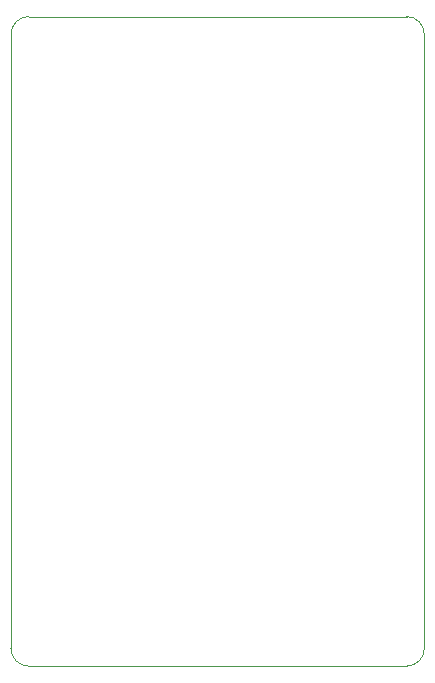
<source format=gbr>
%TF.GenerationSoftware,KiCad,Pcbnew,(6.0.11)*%
%TF.CreationDate,2023-02-26T16:40:05+01:00*%
%TF.ProjectId,OpenDTU_Breakout,4f70656e-4454-4555-9f42-7265616b6f75,rev?*%
%TF.SameCoordinates,Original*%
%TF.FileFunction,Profile,NP*%
%FSLAX46Y46*%
G04 Gerber Fmt 4.6, Leading zero omitted, Abs format (unit mm)*
G04 Created by KiCad (PCBNEW (6.0.11)) date 2023-02-26 16:40:05*
%MOMM*%
%LPD*%
G01*
G04 APERTURE LIST*
%TA.AperFunction,Profile*%
%ADD10C,0.100000*%
%TD*%
G04 APERTURE END LIST*
D10*
X116500000Y-134500000D02*
X116500000Y-82500000D01*
X151500000Y-82500000D02*
G75*
G03*
X150000000Y-81000000I-1500000J0D01*
G01*
X150000000Y-136000000D02*
G75*
G03*
X151500000Y-134500000I0J1500000D01*
G01*
X116500000Y-134500000D02*
G75*
G03*
X118000000Y-136000000I1500000J0D01*
G01*
X118000000Y-81000000D02*
X150000000Y-81000000D01*
X118000000Y-136000000D02*
X150000000Y-136000000D01*
X118000000Y-81000000D02*
G75*
G03*
X116500000Y-82500000I0J-1500000D01*
G01*
X151500000Y-82500000D02*
X151500000Y-134500000D01*
M02*

</source>
